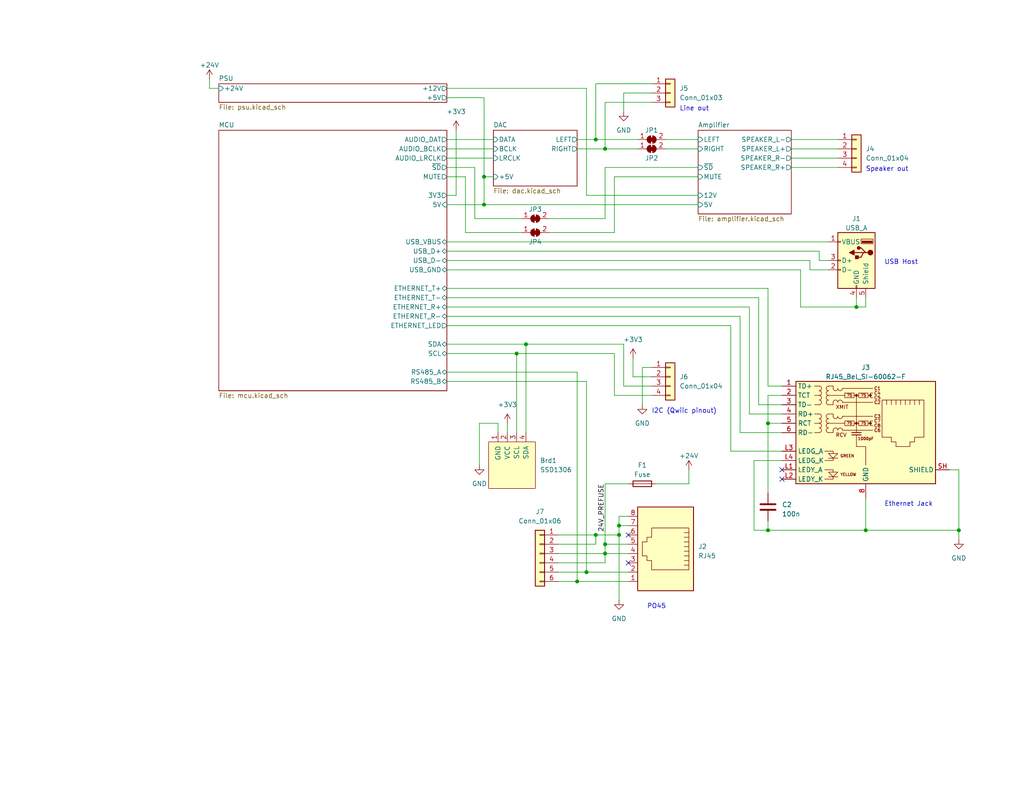
<source format=kicad_sch>
(kicad_sch (version 20230121) (generator eeschema)
  (paper "USLetter")
  (lib_symbols
    (symbol "Connector:RJ45" (pin_names (offset 1.016))
      (property "Reference" "J" (at -5.08 13.97 0))
      (property "Value" "RJ45" (at 2.54 13.97 0))
      (symbol "RJ45_0_1"
        (polyline (pts (xy -5.08 4.445) (xy -6.35 4.445)))
        (polyline (pts (xy -5.08 5.715) (xy -6.35 5.715)))
        (polyline (pts (xy -6.35 -3.175) (xy -5.08 -3.175) (xy -5.08 -3.175)))
        (polyline (pts (xy -6.35 -1.905) (xy -5.08 -1.905) (xy -5.08 -1.905)))
        (polyline (pts (xy -6.35 -0.635) (xy -5.08 -0.635) (xy -5.08 -0.635)))
        (polyline (pts (xy -6.35 0.635) (xy -5.08 0.635) (xy -5.08 0.635)))
        (polyline (pts (xy -6.35 1.905) (xy -5.08 1.905) (xy -5.08 1.905)))
        (polyline (pts (xy -5.08 3.175) (xy -6.35 3.175) (xy -6.35 3.175)))
        (polyline (pts (xy -6.35 -4.445) (xy -6.35 6.985) (xy 3.81 6.985) (xy 3.81 4.445) (xy 5.08 4.445) (xy 5.08 3.175) (xy 6.35 3.175) (xy 6.35 -0.635) (xy 5.08 -0.635) (xy 5.08 -1.905) (xy 3.81 -1.905) (xy 3.81 -4.445) (xy -6.35 -4.445) (xy -6.35 -4.445)))
        (rectangle (start 7.62 12.7) (end -7.62 -10.16) (stroke (width 0.254)) (fill (type background)))
      )
      (symbol "RJ45_1_1"
        (pin passive line (at 10.16 -7.62 180) (length 2.54) (name "~") (number "1"))
        (pin passive line (at 10.16 -5.08 180) (length 2.54) (name "~") (number "2"))
        (pin passive line (at 10.16 -2.54 180) (length 2.54) (name "~") (number "3"))
        (pin passive line (at 10.16 0 180) (length 2.54) (name "~") (number "4"))
        (pin passive line (at 10.16 2.54 180) (length 2.54) (name "~") (number "5"))
        (pin passive line (at 10.16 5.08 180) (length 2.54) (name "~") (number "6"))
        (pin passive line (at 10.16 7.62 180) (length 2.54) (name "~") (number "7"))
        (pin passive line (at 10.16 10.16 180) (length 2.54) (name "~") (number "8"))
      )
    )
    (symbol "Connector:RJ45_Bel_SI-60062-F"
      (property "Reference" "J" (at 19.05 15.24 0))
      (property "Value" "RJ45_Bel_SI-60062-F" (at -19.05 15.24 0))
      (symbol "RJ45_Bel_SI-60062-F_0_0"
        (circle (center -2.54 2.54) (radius 0.254) (stroke (width 0.254)) (fill (type outline)))
        (circle (center -2.54 10.16) (radius 0.254) (stroke (width 0.254)) (fill (type outline)))
        (polyline (pts (xy -7.62 -12.065) (xy -10.16 -12.065)))
        (polyline (pts (xy -7.62 -6.985) (xy -10.16 -6.985)))
        (polyline (pts (xy -2.54 10.16) (xy -2.54 0)))
        (polyline (pts (xy -1.27 -0.635) (xy -3.81 -0.635)) (stroke (width 0.254)))
        (polyline (pts (xy -1.27 0) (xy -3.81 0)) (stroke (width 0.254)))
        (polyline (pts (xy 1.27 2.54) (xy 0.635 2.54)))
        (polyline (pts (xy 1.27 10.16) (xy 0.635 10.16)))
        (polyline (pts (xy -11.176 -12.7) (xy -8.89 -12.7) (xy -8.89 -12.065)))
        (polyline (pts (xy -11.176 -10.16) (xy -8.89 -10.16) (xy -8.89 -10.795)))
        (polyline (pts (xy -11.176 -5.08) (xy -8.89 -5.08) (xy -8.89 -5.715)))
        (polyline (pts (xy -8.89 -6.985) (xy -8.89 -7.62) (xy -11.176 -7.62)))
        (polyline (pts (xy -10.16 -5.715) (xy -7.62 -5.715) (xy -8.89 -6.985) (xy -10.16 -5.715)))
        (polyline (pts (xy -7.62 -10.795) (xy -10.16 -10.795) (xy -8.89 -12.065) (xy -7.62 -10.795)))
        (polyline (pts (xy -2.54 -0.635) (xy -2.54 -3.81) (xy 0 -3.81) (xy 0 -8.89)))
        (polyline (pts (xy 1.905 3.175) (xy 1.27 3.175) (xy 1.27 1.905) (xy 1.905 1.905)))
        (polyline (pts (xy 1.905 10.795) (xy 1.27 10.795) (xy 1.27 9.525) (xy 1.905 9.525)))
        (circle (center 1.27 2.54) (radius 0.254) (stroke (width 0.254)) (fill (type outline)))
        (circle (center 1.27 10.16) (radius 0.254) (stroke (width 0.254)) (fill (type outline)))
        (text "1000pF" (at 0 -1.651 0) (effects (font (size 0.762 0.762))))
        (text "75" (at -4.445 2.54 0) (effects (font (size 0.762 0.762))))
        (text "75" (at -4.445 10.16 0) (effects (font (size 0.762 0.762))))
        (text "75" (at -0.635 2.54 0) (effects (font (size 0.762 0.762))))
        (text "75" (at -0.635 10.16 0) (effects (font (size 0.762 0.762))))
        (text "C1" (at 3.175 12.065 0) (effects (font (size 0.889 0.889))))
        (text "C2" (at 3.175 8.255 0) (effects (font (size 0.889 0.889))))
        (text "C3" (at 3.175 4.445 0) (effects (font (size 0.889 0.889))))
        (text "C4" (at 3.175 10.795 0) (effects (font (size 0.889 0.889))))
        (text "C5" (at 3.175 9.525 0) (effects (font (size 0.889 0.889))))
        (text "C6" (at 3.175 0.635 0) (effects (font (size 0.889 0.889))))
        (text "C7" (at 3.175 3.175 0) (effects (font (size 0.889 0.889))))
        (text "C8" (at 3.175 1.905 0) (effects (font (size 0.889 0.889))))
        (text "GREEN" (at -6.985 -6.35 0) (effects (font (size 0.762 0.762)) (justify left)))
        (text "RCV" (at -8.255 -0.635 0) (effects (font (size 1.016 1.016)) (justify left)))
        (text "XMIT" (at -8.255 6.985 0) (effects (font (size 1.016 1.016)) (justify left)))
        (text "YELLOW" (at -6.985 -11.43 0) (effects (font (size 0.762 0.762)) (justify left)))
      )
      (symbol "RJ45_Bel_SI-60062-F_0_1"
        (rectangle (start -19.05 -13.97) (end 19.05 13.97) (stroke (width 0.254)) (fill (type background)))
        (arc (start -12.7 0) (mid -12.0677 0.635) (end -12.7 1.27))
        (arc (start -12.7 1.27) (mid -12.0677 1.905) (end -12.7 2.54))
        (arc (start -12.7 2.54) (mid -12.0677 3.175) (end -12.7 3.81))
        (arc (start -12.7 3.81) (mid -12.0677 4.445) (end -12.7 5.08))
        (arc (start -12.7 7.62) (mid -12.0677 8.255) (end -12.7 8.89))
        (arc (start -12.7 8.89) (mid -12.0677 9.525) (end -12.7 10.16))
        (arc (start -12.7 10.16) (mid -12.0677 10.795) (end -12.7 11.43))
        (arc (start -12.7 11.43) (mid -12.0677 12.065) (end -12.7 12.7))
        (arc (start -10.16 1.27) (mid -10.7923 0.635) (end -10.16 0))
        (arc (start -10.16 2.54) (mid -10.7923 1.905) (end -10.16 1.27))
        (arc (start -10.16 3.81) (mid -10.7923 3.175) (end -10.16 2.54))
        (arc (start -10.16 5.08) (mid -10.7923 4.445) (end -10.16 3.81))
        (arc (start -10.16 8.89) (mid -10.7923 8.255) (end -10.16 7.62))
        (arc (start -10.16 10.16) (mid -10.7923 9.525) (end -10.16 8.89))
        (arc (start -10.16 11.43) (mid -10.7923 10.795) (end -10.16 10.16))
        (arc (start -10.16 12.7) (mid -10.7923 12.065) (end -10.16 11.43))
        (arc (start -8.89 4.445) (mid -8.255 3.8127) (end -7.62 4.445))
        (arc (start -8.89 12.065) (mid -8.255 11.4327) (end -7.62 12.065))
        (arc (start -7.62 0.635) (mid -8.255 1.2673) (end -8.89 0.635))
        (arc (start -7.62 4.445) (mid -6.985 3.8127) (end -6.35 4.445))
        (arc (start -7.62 8.255) (mid -8.255 8.8873) (end -8.89 8.255))
        (arc (start -7.62 12.065) (mid -6.985 11.4327) (end -6.35 12.065))
        (arc (start -6.35 0.635) (mid -6.985 1.2673) (end -7.62 0.635))
        (arc (start -6.35 8.255) (mid -6.985 8.8873) (end -7.62 8.255))
        (rectangle (start -5.715 3.175) (end -3.175 1.905))
        (rectangle (start -5.715 10.795) (end -3.175 9.525))
        (rectangle (start -1.905 3.175) (end 0.635 1.905))
        (rectangle (start -1.905 10.795) (end 0.635 9.525))
        (polyline (pts (xy -12.7 0) (xy -13.97 0)))
        (polyline (pts (xy -12.7 2.54) (xy -13.97 2.54)))
        (polyline (pts (xy -12.7 5.08) (xy -13.97 5.08)))
        (polyline (pts (xy -12.7 7.62) (xy -13.97 7.62)))
        (polyline (pts (xy -12.7 10.16) (xy -13.97 10.16)))
        (polyline (pts (xy -12.7 12.7) (xy -13.97 12.7)))
        (polyline (pts (xy -6.35 0.635) (xy 1.905 0.635)))
        (polyline (pts (xy -6.35 4.445) (xy 1.905 4.445)))
        (polyline (pts (xy -6.35 8.255) (xy 1.905 8.255)))
        (polyline (pts (xy -6.35 12.065) (xy 1.905 12.065)))
        (polyline (pts (xy -5.715 2.54) (xy -10.16 2.54)))
        (polyline (pts (xy -5.715 10.16) (xy -10.16 10.16)))
        (polyline (pts (xy -3.175 2.54) (xy -1.905 2.54)))
        (polyline (pts (xy -3.175 10.16) (xy -1.905 10.16)))
        (polyline (pts (xy 5.715 7.62) (xy 5.715 8.89)))
        (polyline (pts (xy 6.985 8.89) (xy 6.985 7.62)))
        (polyline (pts (xy 8.255 8.89) (xy 8.255 7.62)))
        (polyline (pts (xy 9.525 8.89) (xy 9.525 7.62)))
        (polyline (pts (xy 10.795 8.89) (xy 10.795 7.62)))
        (polyline (pts (xy 12.065 8.89) (xy 12.065 7.62)))
        (polyline (pts (xy 13.335 7.62) (xy 13.335 8.89)))
        (polyline (pts (xy 14.605 7.62) (xy 14.605 8.89)))
        (polyline (pts (xy -10.16 5.08) (xy -8.89 5.08) (xy -8.89 4.445)))
        (polyline (pts (xy -10.16 12.7) (xy -8.89 12.7) (xy -8.89 12.065)))
        (polyline (pts (xy -8.89 0.635) (xy -8.89 0) (xy -10.16 0)))
        (polyline (pts (xy -8.89 8.255) (xy -8.89 7.62) (xy -10.16 7.62)))
        (polyline (pts (xy 4.445 8.89) (xy 15.875 8.89) (xy 15.875 -1.27) (xy 13.335 -1.27) (xy 13.335 -2.54) (xy 12.065 -2.54) (xy 12.065 -3.81) (xy 8.255 -3.81) (xy 8.255 -2.54) (xy 6.985 -2.54) (xy 6.985 -1.27) (xy 4.445 -1.27) (xy 4.445 8.89)))
      )
      (symbol "RJ45_Bel_SI-60062-F_1_1"
        (pin passive line (at -22.86 12.7 0) (length 3.81) (name "TD+") (number "1"))
        (pin passive line (at -22.86 10.16 0) (length 3.81) (name "TCT") (number "2"))
        (pin passive line (at -22.86 7.62 0) (length 3.81) (name "TD-") (number "3"))
        (pin passive line (at -22.86 5.08 0) (length 3.81) (name "RD+") (number "4"))
        (pin passive line (at -22.86 2.54 0) (length 3.81) (name "RCT") (number "5"))
        (pin passive line (at -22.86 0 0) (length 3.81) (name "RD-") (number "6"))
        (pin no_connect line (at 5.08 -5.08 0) (length 0) hide (name "NC") (number "7"))
        (pin power_in line (at 0 -17.78 90) (length 3.81) (name "GND") (number "8"))
        (pin passive line (at -22.86 -10.16 0) (length 3.81) (name "LEDY_A") (number "L1"))
        (pin passive line (at -22.86 -12.7 0) (length 3.81) (name "LEDY_K") (number "L2"))
        (pin passive line (at -22.86 -5.08 0) (length 3.81) (name "LEDG_A") (number "L3"))
        (pin passive line (at -22.86 -7.62 0) (length 3.81) (name "LEDG_K") (number "L4"))
        (pin passive line (at 22.86 -10.16 180) (length 3.81) (name "SHIELD") (number "SH"))
      )
    )
    (symbol "Connector:USB_A" (pin_names (offset 1.016))
      (property "Reference" "J" (at -5.08 11.43 0))
      (property "Value" "USB_A" (at -5.08 8.89 0))
      (symbol "USB_A_0_1"
        (rectangle (start -5.08 -7.62) (end 5.08 7.62) (stroke (width 0.254)) (fill (type background)))
        (circle (center -3.81 2.159) (radius 0.635) (stroke (width 0.254)) (fill (type outline)))
        (rectangle (start -1.524 4.826) (end -4.318 5.334) (fill (type outline)))
        (rectangle (start -1.27 4.572) (end -4.572 5.842))
        (circle (center -0.635 3.429) (radius 0.381) (stroke (width 0.254)) (fill (type outline)))
        (rectangle (start -0.127 -7.62) (end 0.127 -6.858))
        (polyline (pts (xy -3.175 2.159) (xy -2.54 2.159) (xy -1.27 3.429) (xy -0.635 3.429)) (stroke (width 0.254)))
        (polyline (pts (xy -2.54 2.159) (xy -1.905 2.159) (xy -1.27 0.889) (xy 0 0.889)) (stroke (width 0.254)))
        (polyline (pts (xy 0.635 2.794) (xy 0.635 1.524) (xy 1.905 2.159) (xy 0.635 2.794)) (stroke (width 0.254)) (fill (type outline)))
        (rectangle (start 0.254 1.27) (end -0.508 0.508) (stroke (width 0.254)) (fill (type outline)))
        (rectangle (start 5.08 -2.667) (end 4.318 -2.413))
        (rectangle (start 5.08 -0.127) (end 4.318 0.127))
        (rectangle (start 5.08 4.953) (end 4.318 5.207))
      )
      (symbol "USB_A_1_1"
        (polyline (pts (xy -1.905 2.159) (xy 0.635 2.159)) (stroke (width 0.254)))
        (pin power_in line (at 7.62 5.08 180) (length 2.54) (name "VBUS") (number "1"))
        (pin bidirectional line (at 7.62 -2.54 180) (length 2.54) (name "D-") (number "2"))
        (pin bidirectional line (at 7.62 0 180) (length 2.54) (name "D+") (number "3"))
        (pin power_in line (at 0 -10.16 90) (length 2.54) (name "GND") (number "4"))
        (pin passive line (at -2.54 -10.16 90) (length 2.54) (name "Shield") (number "5"))
      )
    )
    (symbol "Connector_Generic:Conn_01x03" (pin_names (offset 1.016) hide)
      (property "Reference" "J" (at 0 5.08 0))
      (property "Value" "Conn_01x03" (at 0 -5.08 0))
      (symbol "Conn_01x03_1_1"
        (rectangle (start -1.27 -2.413) (end 0 -2.667) (stroke (width 0.1524)))
        (rectangle (start -1.27 0.127) (end 0 -0.127) (stroke (width 0.1524)))
        (rectangle (start -1.27 2.667) (end 0 2.413) (stroke (width 0.1524)))
        (rectangle (start -1.27 3.81) (end 1.27 -3.81) (stroke (width 0.254)) (fill (type background)))
        (pin passive line (at -5.08 2.54 0) (length 3.81) (name "Pin_1") (number "1"))
        (pin passive line (at -5.08 0 0) (length 3.81) (name "Pin_2") (number "2"))
        (pin passive line (at -5.08 -2.54 0) (length 3.81) (name "Pin_3") (number "3"))
      )
    )
    (symbol "Connector_Generic:Conn_01x04" (pin_names (offset 1.016) hide)
      (property "Reference" "J" (at 0 5.08 0))
      (property "Value" "Conn_01x04" (at 0 -7.62 0))
      (symbol "Conn_01x04_1_1"
        (rectangle (start -1.27 -4.953) (end 0 -5.207) (stroke (width 0.1524)))
        (rectangle (start -1.27 -2.413) (end 0 -2.667) (stroke (width 0.1524)))
        (rectangle (start -1.27 0.127) (end 0 -0.127) (stroke (width 0.1524)))
        (rectangle (start -1.27 2.667) (end 0 2.413) (stroke (width 0.1524)))
        (rectangle (start -1.27 3.81) (end 1.27 -6.35) (stroke (width 0.254)) (fill (type background)))
        (pin passive line (at -5.08 2.54 0) (length 3.81) (name "Pin_1") (number "1"))
        (pin passive line (at -5.08 0 0) (length 3.81) (name "Pin_2") (number "2"))
        (pin passive line (at -5.08 -2.54 0) (length 3.81) (name "Pin_3") (number "3"))
        (pin passive line (at -5.08 -5.08 0) (length 3.81) (name "Pin_4") (number "4"))
      )
    )
    (symbol "Connector_Generic:Conn_01x06" (pin_names (offset 1.016) hide)
      (property "Reference" "J" (at 0 7.62 0))
      (property "Value" "Conn_01x06" (at 0 -10.16 0))
      (symbol "Conn_01x06_1_1"
        (rectangle (start -1.27 -7.493) (end 0 -7.747) (stroke (width 0.1524)))
        (rectangle (start -1.27 -4.953) (end 0 -5.207) (stroke (width 0.1524)))
        (rectangle (start -1.27 -2.413) (end 0 -2.667) (stroke (width 0.1524)))
        (rectangle (start -1.27 0.127) (end 0 -0.127) (stroke (width 0.1524)))
        (rectangle (start -1.27 2.667) (end 0 2.413) (stroke (width 0.1524)))
        (rectangle (start -1.27 5.207) (end 0 4.953) (stroke (width 0.1524)))
        (rectangle (start -1.27 6.35) (end 1.27 -8.89) (stroke (width 0.254)) (fill (type background)))
        (pin passive line (at -5.08 5.08 0) (length 3.81) (name "Pin_1") (number "1"))
        (pin passive line (at -5.08 2.54 0) (length 3.81) (name "Pin_2") (number "2"))
        (pin passive line (at -5.08 0 0) (length 3.81) (name "Pin_3") (number "3"))
        (pin passive line (at -5.08 -2.54 0) (length 3.81) (name "Pin_4") (number "4"))
        (pin passive line (at -5.08 -5.08 0) (length 3.81) (name "Pin_5") (number "5"))
        (pin passive line (at -5.08 -7.62 0) (length 3.81) (name "Pin_6") (number "6"))
      )
    )
    (symbol "Device:C" (pin_numbers hide) (pin_names (offset 0.254))
      (property "Reference" "C" (at 0.635 2.54 0))
      (property "Value" "C" (at 0.635 -2.54 0))
      (symbol "C_0_1"
        (polyline (pts (xy -2.032 -0.762) (xy 2.032 -0.762)) (stroke (width 0.508)))
        (polyline (pts (xy -2.032 0.762) (xy 2.032 0.762)) (stroke (width 0.508)))
      )
      (symbol "C_1_1"
        (pin passive line (at 0 3.81 270) (length 2.794) (name "~") (number "1"))
        (pin passive line (at 0 -3.81 90) (length 2.794) (name "~") (number "2"))
      )
    )
    (symbol "Device:Fuse" (pin_numbers hide) (pin_names (offset 0))
      (property "Reference" "F" (at 2.032 0 90))
      (property "Value" "Fuse" (at -1.905 0 90))
      (symbol "Fuse_0_1"
        (rectangle (start -0.762 -2.54) (end 0.762 2.54) (stroke (width 0.254)))
        (polyline (pts (xy 0 2.54) (xy 0 -2.54)))
      )
      (symbol "Fuse_1_1"
        (pin passive line (at 0 3.81 270) (length 1.27) (name "~") (number "1"))
        (pin passive line (at 0 -3.81 90) (length 1.27) (name "~") (number "2"))
      )
    )
    (symbol "Jumper:SolderJumper_2_Bridged" (pin_names (offset 0) hide)
      (property "Reference" "JP" (at 0 2.032 0))
      (property "Value" "SolderJumper_2_Bridged" (at 0 -2.54 0))
      (symbol "SolderJumper_2_Bridged_0_1"
        (rectangle (start -0.508 0.508) (end 0.508 -0.508) (fill (type outline)))
        (arc (start -0.254 1.016) (mid -1.2656 0) (end -0.254 -1.016))
        (arc (start -0.254 1.016) (mid -1.2656 0) (end -0.254 -1.016) (fill (type outline)))
        (polyline (pts (xy -0.254 1.016) (xy -0.254 -1.016)))
        (polyline (pts (xy 0.254 1.016) (xy 0.254 -1.016)))
        (arc (start 0.254 -1.016) (mid 1.2656 0) (end 0.254 1.016))
        (arc (start 0.254 -1.016) (mid 1.2656 0) (end 0.254 1.016) (fill (type outline)))
      )
      (symbol "SolderJumper_2_Bridged_1_1"
        (pin passive line (at -3.81 0 0) (length 2.54) (name "A") (number "1"))
        (pin passive line (at 3.81 0 180) (length 2.54) (name "B") (number "2"))
      )
    )
    (symbol "SSD1306-128x64_OLED:SSD1306" (pin_names (offset 1.016))
      (property "Reference" "Brd" (at 0 -3.81 0))
      (property "Value" "SSD1306" (at 0 -1.27 0))
      (symbol "SSD1306_0_1"
        (rectangle (start -6.35 6.35) (end 6.35 -6.35) (fill (type background)))
      )
      (symbol "SSD1306_1_1"
        (pin input line (at -3.81 8.89 270) (length 2.54) (name "GND") (number "1"))
        (pin input line (at -1.27 8.89 270) (length 2.54) (name "VCC") (number "2"))
        (pin input line (at 1.27 8.89 270) (length 2.54) (name "SCL") (number "3"))
        (pin input line (at 3.81 8.89 270) (length 2.54) (name "SDA") (number "4"))
      )
    )
    (symbol "power:+24V" (power) (pin_names (offset 0))
      (property "Value" "+24V" (at 0 3.556 0))
      (symbol "+24V_0_1"
        (polyline (pts (xy -0.762 1.27) (xy 0 2.54)))
        (polyline (pts (xy 0 0) (xy 0 2.54)))
        (polyline (pts (xy 0 2.54) (xy 0.762 1.27)))
      )
      (symbol "+24V_1_1"
        (pin power_in line (at 0 0 90) (length 0) hide (name "+24V") (number "1"))
      )
    )
    (symbol "power:+3V3" (power) (pin_names (offset 0))
      (property "Value" "+3V3" (at 0 3.556 0))
      (symbol "+3V3_0_1"
        (polyline (pts (xy -0.762 1.27) (xy 0 2.54)))
        (polyline (pts (xy 0 0) (xy 0 2.54)))
        (polyline (pts (xy 0 2.54) (xy 0.762 1.27)))
      )
      (symbol "+3V3_1_1"
        (pin power_in line (at 0 0 90) (length 0) hide (name "+3V3") (number "1"))
      )
    )
    (symbol "power:GND" (power) (pin_names (offset 0))
      (property "Value" "GND" (at 0 -3.81 0))
      (symbol "GND_0_1"
        (polyline (pts (xy 0 0) (xy 0 -1.27) (xy 1.27 -1.27) (xy 0 -2.54) (xy -1.27 -1.27) (xy 0 -1.27)))
      )
      (symbol "GND_1_1"
        (pin power_in line (at 0 0 270) (length 0) hide (name "GND") (number "1"))
      )
    )
  )
  (junction (at 165.1 148.59))
  (junction (at 140.97 96.52))
  (junction (at 160.02 156.21))
  (junction (at 209.55 115.57))
  (junction (at 236.22 144.78))
  (junction (at 143.51 93.98))
  (junction (at 132.08 48.26))
  (junction (at 162.56 38.1))
  (junction (at 233.68 83.82))
  (junction (at 165.1 151.13))
  (junction (at 168.91 146.05))
  (junction (at 165.1 40.64))
  (junction (at 157.48 158.75))
  (junction (at 132.08 55.88))
  (junction (at 168.91 143.51))
  (junction (at 261.62 144.78))
  (junction (at 209.55 144.78))
  (junction (at 162.56 146.05))
  (no_connect (at 171.45 146.05))
  (no_connect (at 213.36 130.81))
  (no_connect (at 171.45 153.67))
  (no_connect (at 213.36 128.27))
  (wire (pts (xy 160.02 53.34) (xy 190.5 53.34)))
  (wire (pts (xy 157.48 40.64) (xy 165.1 40.64)))
  (wire (pts (xy 165.1 148.59) (xy 171.45 148.59)))
  (wire (pts (xy 129.54 45.72) (xy 129.54 59.69)))
  (wire (pts (xy 205.74 144.78) (xy 209.55 144.78)))
  (wire (pts (xy 121.92 38.1) (xy 134.62 38.1)))
  (wire (pts (xy 121.92 40.64) (xy 134.62 40.64)))
  (wire (pts (xy 215.9 43.18) (xy 228.6 43.18)))
  (wire (pts (xy 233.68 81.28) (xy 233.68 83.82)))
  (wire (pts (xy 213.36 110.49) (xy 207.01 110.49)))
  (wire (pts (xy 205.74 125.73) (xy 205.74 144.78)))
  (wire (pts (xy 207.01 81.28) (xy 121.92 81.28)))
  (wire (pts (xy 168.91 143.51) (xy 168.91 146.05)))
  (wire (pts (xy 140.97 96.52) (xy 140.97 118.11)))
  (wire (pts (xy 152.4 148.59) (xy 162.56 148.59)))
  (wire (pts (xy 177.8 25.4) (xy 170.18 25.4)))
  (wire (pts (xy 172.72 97.79) (xy 172.72 102.87)))
  (wire (pts (xy 215.9 45.72) (xy 228.6 45.72)))
  (wire (pts (xy 177.8 27.94) (xy 165.1 27.94)))
  (wire (pts (xy 199.39 123.19) (xy 213.36 123.19)))
  (wire (pts (xy 57.15 24.13) (xy 57.15 21.59)))
  (wire (pts (xy 170.18 93.98) (xy 170.18 105.41)))
  (wire (pts (xy 223.52 68.58) (xy 223.52 71.12)))
  (wire (pts (xy 165.1 45.72) (xy 190.5 45.72)))
  (wire (pts (xy 162.56 146.05) (xy 168.91 146.05)))
  (wire (pts (xy 160.02 104.14) (xy 160.02 156.21)))
  (wire (pts (xy 261.62 144.78) (xy 261.62 128.27)))
  (wire (pts (xy 121.92 93.98) (xy 143.51 93.98)))
  (wire (pts (xy 121.92 43.18) (xy 134.62 43.18)))
  (wire (pts (xy 209.55 105.41) (xy 213.36 105.41)))
  (wire (pts (xy 190.5 55.88) (xy 132.08 55.88)))
  (wire (pts (xy 209.55 144.78) (xy 236.22 144.78)))
  (wire (pts (xy 179.07 132.08) (xy 187.96 132.08)))
  (wire (pts (xy 261.62 128.27) (xy 259.08 128.27)))
  (wire (pts (xy 152.4 158.75) (xy 157.48 158.75)))
  (wire (pts (xy 132.08 26.67) (xy 132.08 48.26)))
  (wire (pts (xy 129.54 59.69) (xy 142.24 59.69)))
  (wire (pts (xy 157.48 38.1) (xy 162.56 38.1)))
  (wire (pts (xy 204.47 83.82) (xy 204.47 113.03)))
  (wire (pts (xy 209.55 78.74) (xy 121.92 78.74)))
  (wire (pts (xy 207.01 81.28) (xy 207.01 110.49)))
  (wire (pts (xy 215.9 38.1) (xy 228.6 38.1)))
  (wire (pts (xy 236.22 144.78) (xy 261.62 144.78)))
  (wire (pts (xy 226.06 73.66) (xy 220.98 73.66)))
  (wire (pts (xy 121.92 68.58) (xy 223.52 68.58)))
  (wire (pts (xy 157.48 158.75) (xy 171.45 158.75)))
  (wire (pts (xy 143.51 93.98) (xy 143.51 118.11)))
  (wire (pts (xy 215.9 40.64) (xy 228.6 40.64)))
  (wire (pts (xy 162.56 38.1) (xy 173.99 38.1)))
  (wire (pts (xy 181.61 38.1) (xy 190.5 38.1)))
  (wire (pts (xy 121.92 53.34) (xy 124.46 53.34)))
  (wire (pts (xy 121.92 71.12) (xy 220.98 71.12)))
  (wire (pts (xy 204.47 83.82) (xy 121.92 83.82)))
  (wire (pts (xy 209.55 115.57) (xy 209.55 134.62)))
  (wire (pts (xy 165.1 151.13) (xy 165.1 148.59)))
  (wire (pts (xy 209.55 142.24) (xy 209.55 144.78)))
  (wire (pts (xy 165.1 59.69) (xy 165.1 45.72)))
  (wire (pts (xy 167.64 96.52) (xy 140.97 96.52)))
  (wire (pts (xy 204.47 113.03) (xy 213.36 113.03)))
  (wire (pts (xy 127 63.5) (xy 127 48.26)))
  (wire (pts (xy 162.56 22.86) (xy 162.56 38.1)))
  (wire (pts (xy 121.92 104.14) (xy 160.02 104.14)))
  (wire (pts (xy 160.02 24.13) (xy 160.02 53.34)))
  (wire (pts (xy 165.1 40.64) (xy 173.99 40.64)))
  (wire (pts (xy 127 48.26) (xy 121.92 48.26)))
  (wire (pts (xy 213.36 107.95) (xy 209.55 107.95)))
  (wire (pts (xy 135.89 115.57) (xy 135.89 118.11)))
  (wire (pts (xy 167.64 107.95) (xy 167.64 96.52)))
  (wire (pts (xy 152.4 146.05) (xy 162.56 146.05)))
  (wire (pts (xy 168.91 146.05) (xy 168.91 163.83)))
  (wire (pts (xy 121.92 73.66) (xy 218.44 73.66)))
  (wire (pts (xy 142.24 63.5) (xy 127 63.5)))
  (wire (pts (xy 223.52 71.12) (xy 226.06 71.12)))
  (wire (pts (xy 138.43 115.57) (xy 138.43 118.11)))
  (wire (pts (xy 121.92 101.6) (xy 157.48 101.6)))
  (wire (pts (xy 165.1 153.67) (xy 165.1 151.13)))
  (wire (pts (xy 121.92 55.88) (xy 132.08 55.88)))
  (wire (pts (xy 132.08 48.26) (xy 134.62 48.26)))
  (wire (pts (xy 209.55 78.74) (xy 209.55 105.41)))
  (wire (pts (xy 177.8 107.95) (xy 167.64 107.95)))
  (wire (pts (xy 190.5 48.26) (xy 167.64 48.26)))
  (wire (pts (xy 143.51 93.98) (xy 170.18 93.98)))
  (wire (pts (xy 236.22 83.82) (xy 236.22 81.28)))
  (wire (pts (xy 121.92 45.72) (xy 129.54 45.72)))
  (wire (pts (xy 157.48 101.6) (xy 157.48 158.75)))
  (wire (pts (xy 171.45 156.21) (xy 160.02 156.21)))
  (wire (pts (xy 201.93 86.36) (xy 121.92 86.36)))
  (wire (pts (xy 165.1 148.59) (xy 165.1 132.08)))
  (wire (pts (xy 261.62 144.78) (xy 261.62 147.32)))
  (wire (pts (xy 124.46 53.34) (xy 124.46 35.56)))
  (wire (pts (xy 59.69 24.13) (xy 57.15 24.13)))
  (wire (pts (xy 170.18 105.41) (xy 177.8 105.41)))
  (wire (pts (xy 175.26 100.33) (xy 175.26 110.49)))
  (wire (pts (xy 171.45 140.97) (xy 168.91 140.97)))
  (wire (pts (xy 172.72 102.87) (xy 177.8 102.87)))
  (wire (pts (xy 177.8 22.86) (xy 162.56 22.86)))
  (wire (pts (xy 199.39 88.9) (xy 121.92 88.9)))
  (wire (pts (xy 121.92 66.04) (xy 226.06 66.04)))
  (wire (pts (xy 187.96 132.08) (xy 187.96 128.27)))
  (wire (pts (xy 201.93 118.11) (xy 213.36 118.11)))
  (wire (pts (xy 177.8 100.33) (xy 175.26 100.33)))
  (wire (pts (xy 201.93 86.36) (xy 201.93 118.11)))
  (wire (pts (xy 181.61 40.64) (xy 190.5 40.64)))
  (wire (pts (xy 165.1 132.08) (xy 171.45 132.08)))
  (wire (pts (xy 209.55 115.57) (xy 213.36 115.57)))
  (wire (pts (xy 236.22 144.78) (xy 236.22 135.89)))
  (wire (pts (xy 162.56 148.59) (xy 162.56 146.05)))
  (wire (pts (xy 165.1 27.94) (xy 165.1 40.64)))
  (wire (pts (xy 152.4 151.13) (xy 165.1 151.13)))
  (wire (pts (xy 121.92 26.67) (xy 132.08 26.67)))
  (wire (pts (xy 167.64 63.5) (xy 149.86 63.5)))
  (wire (pts (xy 220.98 73.66) (xy 220.98 71.12)))
  (wire (pts (xy 171.45 143.51) (xy 168.91 143.51)))
  (wire (pts (xy 149.86 59.69) (xy 165.1 59.69)))
  (wire (pts (xy 170.18 25.4) (xy 170.18 30.48)))
  (wire (pts (xy 130.81 127) (xy 130.81 115.57)))
  (wire (pts (xy 165.1 151.13) (xy 171.45 151.13)))
  (wire (pts (xy 233.68 83.82) (xy 236.22 83.82)))
  (wire (pts (xy 167.64 48.26) (xy 167.64 63.5)))
  (wire (pts (xy 218.44 83.82) (xy 233.68 83.82)))
  (wire (pts (xy 218.44 73.66) (xy 218.44 83.82)))
  (wire (pts (xy 121.92 24.13) (xy 160.02 24.13)))
  (wire (pts (xy 209.55 107.95) (xy 209.55 115.57)))
  (wire (pts (xy 152.4 156.21) (xy 160.02 156.21)))
  (wire (pts (xy 168.91 140.97) (xy 168.91 143.51)))
  (wire (pts (xy 130.81 115.57) (xy 135.89 115.57)))
  (wire (pts (xy 199.39 88.9) (xy 199.39 123.19)))
  (wire (pts (xy 213.36 125.73) (xy 205.74 125.73)))
  (wire (pts (xy 140.97 96.52) (xy 121.92 96.52)))
  (wire (pts (xy 132.08 48.26) (xy 132.08 55.88)))
  (wire (pts (xy 152.4 153.67) (xy 165.1 153.67)))
  (text "PO45" (at 176.53 166.37 0) (effects (font (size 1.27 1.27)) (justify left bottom)))
  (text "Speaker out" (at 236.22 46.99 0) (effects (font (size 1.27 1.27)) (justify left bottom)))
  (text "Line out" (at 185.42 30.48 0) (effects (font (size 1.27 1.27)) (justify left bottom)))
  (text "Ethernet Jack" (at 241.3 138.43 0) (effects (font (size 1.27 1.27)) (justify left bottom)))
  (text "USB Host" (at 241.3 72.39 0) (effects (font (size 1.27 1.27)) (justify left bottom)))
  (text "I2C (Qwiic pinout)" (at 177.8 113.03 0) (effects (font (size 1.27 1.27)) (justify left bottom)))
  (label "24V_PREFUSE" (at 165.1 132.08 270))
  (symbol (lib_id "Jumper:SolderJumper_2_Bridged") (at 177.8 40.64 0) (mirror x) (unit 1)
    (property "Reference" "JP2" (at 177.8 43.18 0))
    (property "Value" "SolderJumper_2_Bridged" (effects hide))
    (property "Footprint" "Jumper:SolderJumper-2_P1.3mm_Bridged_RoundedPad1.0x1.5mm" (effects hide))
  )
  (symbol (lib_id "power:+3V3") (at 124.46 35.56 0) (unit 1)
    (property "Reference" "#PWR019" (effects hide))
    (property "Value" "+3V3" (at 124.46 30.48 0))
  )
  (symbol (lib_id "power:GND") (at 130.81 127 0) (unit 1)
    (property "Reference" "#PWR028" (effects hide))
    (property "Value" "GND" (at 130.81 132.08 0))
  )
  (symbol (lib_id "Jumper:SolderJumper_2_Bridged") (at 146.05 59.69 0) (unit 1)
    (property "Reference" "JP3" (at 146.05 57.15 0))
    (property "Value" "SolderJumper_2_Bridged" (effects hide))
    (property "Footprint" "Jumper:SolderJumper-2_P1.3mm_Bridged_RoundedPad1.0x1.5mm" (effects hide))
  )
  (symbol (lib_id "power:+3V3") (at 172.72 97.79 0) (unit 1)
    (property "Reference" "#PWR020" (effects hide))
    (property "Value" "+3V3" (at 172.72 92.71 0))
  )
  (symbol (lib_id "Connector_Generic:Conn_01x04") (at 233.68 40.64 0) (unit 1)
    (property "Reference" "J4" (at 236.22 40.64 0) (effects (justify left)))
    (property "Value" "Conn_01x04" (at 236.22 43.18 0) (effects (justify left)))
    (property "Footprint" "Connector_Molex:Molex_KK-254_AE-6410-04A_1x04_P2.54mm_Vertical" (effects hide))
  )
  (symbol (lib_id "Connector:USB_A") (at 233.68 71.12 0) (mirror y) (unit 1)
    (property "Reference" "J1" (at 233.68 59.69 0))
    (property "Value" "USB_A" (at 233.68 62.23 0))
    (property "Footprint" "Connector_USB:USB_A_CONNFLY_DS1095-WNR0" (effects hide))
    (property "Datasheet" " ~" (effects hide))
  )
  (symbol (lib_id "power:GND") (at 168.91 163.83 0) (unit 1)
    (property "Reference" "#PWR05" (effects hide))
    (property "Value" "GND" (at 168.91 168.91 0))
  )
  (symbol (lib_id "Jumper:SolderJumper_2_Bridged") (at 177.8 38.1 0) (unit 1)
    (property "Reference" "JP1" (at 177.8 35.56 0))
    (property "Value" "SolderJumper_2_Bridged" (effects hide))
    (property "Footprint" "Jumper:SolderJumper-2_P1.3mm_Bridged_RoundedPad1.0x1.5mm" (effects hide))
  )
  (symbol (lib_id "Connector:RJ45") (at 181.61 151.13 0) (mirror y) (unit 1)
    (property "Reference" "J2" (at 190.5 149.225 0) (effects (justify right)))
    (property "Value" "RJ45" (at 190.5 151.765 0) (effects (justify right)))
    (property "Footprint" "Connector_RJ:RJ45_Amphenol_54602-x08_Horizontal" (effects hide))
  )
  (symbol (lib_id "Device:Fuse") (at 175.26 132.08 90) (unit 1)
    (property "Reference" "F1" (at 175.26 127 90))
    (property "Value" "Fuse" (at 175.26 129.54 90))
    (property "Footprint" "dmxaudio:XF-506P" (effects hide))
  )
  (symbol (lib_id "SSD1306-128x64_OLED:SSD1306") (at 139.7 127 0) (unit 1)
    (property "Reference" "Brd1" (at 147.32 125.73 0) (effects (justify left)))
    (property "Value" "SSD1306" (at 147.32 128.27 0) (effects (justify left)))
    (property "Footprint" "dmxaudio:128x64OLED" (effects hide))
  )
  (symbol (lib_id "Device:C") (at 209.55 138.43 0) (unit 1)
    (property "Reference" "C2" (at 213.36 137.795 0) (effects (justify left)))
    (property "Value" "100n" (at 213.36 140.335 0) (effects (justify left)))
    (property "Footprint" "Capacitor_SMD:C_0603_1608Metric_Pad1.08x0.95mm_HandSolder" (effects hide))
  )
  (symbol (lib_id "power:GND") (at 175.26 110.49 0) (unit 1)
    (property "Reference" "#PWR021" (effects hide))
    (property "Value" "GND" (at 175.26 115.57 0))
  )
  (symbol (lib_id "power:GND") (at 170.18 30.48 0) (unit 1)
    (property "Reference" "#PWR018" (effects hide))
    (property "Value" "GND" (at 170.18 35.56 0))
  )
  (symbol (lib_id "power:+3V3") (at 138.43 115.57 0) (unit 1)
    (property "Reference" "#PWR026" (effects hide))
    (property "Value" "+3V3" (at 138.43 110.49 0))
  )
  (symbol (lib_id "power:+24V") (at 187.96 128.27 0) (unit 1)
    (property "Reference" "#PWR06" (effects hide))
    (property "Value" "+24V" (at 187.96 124.46 0))
  )
  (symbol (lib_id "Connector:RJ45_Bel_SI-60062-F") (at 236.22 118.11 0) (unit 1)
    (property "Reference" "J3" (at 236.22 100.33 0))
    (property "Value" "RJ45_Bel_SI-60062-F" (at 236.22 102.87 0))
    (property "Footprint" "Connector_RJ:RJ45_Bel_SI-60062-F" (effects hide))
    (property "Datasheet" "https://belfuse.com/resources/drawings/magneticsolutions/dr-mag-si-60062-f.pdf" (effects hide))
  )
  (symbol (lib_id "Jumper:SolderJumper_2_Bridged") (at 146.05 63.5 0) (unit 1)
    (property "Reference" "JP4" (at 146.05 66.04 0))
    (property "Value" "SolderJumper_2_Bridged" (effects hide))
    (property "Footprint" "Jumper:SolderJumper-2_P1.3mm_Bridged_RoundedPad1.0x1.5mm" (effects hide))
  )
  (symbol (lib_id "Connector_Generic:Conn_01x06") (at 147.32 151.13 0) (mirror y) (unit 1)
    (property "Reference" "J7" (at 147.32 139.7 0))
    (property "Value" "Conn_01x06" (at 147.32 142.24 0))
    (property "Footprint" "Connector_Molex:Molex_KK-254_AE-6410-06A_1x06_P2.54mm_Vertical" (effects hide))
  )
  (symbol (lib_id "power:GND") (at 261.62 147.32 0) (unit 1)
    (property "Reference" "#PWR010" (effects hide))
    (property "Value" "GND" (at 261.62 152.4 0))
  )
  (symbol (lib_id "Connector_Generic:Conn_01x04") (at 182.88 102.87 0) (unit 1)
    (property "Reference" "J6" (at 185.42 102.87 0) (effects (justify left)))
    (property "Value" "Conn_01x04" (at 185.42 105.41 0) (effects (justify left)))
    (property "Footprint" "Connector_Molex:Molex_KK-254_AE-6410-04A_1x04_P2.54mm_Vertical" (effects hide))
  )
  (symbol (lib_id "power:+24V") (at 57.15 21.59 0) (unit 1)
    (property "Reference" "#PWR013" (effects hide))
    (property "Value" "+24V" (at 57.15 17.78 0))
  )
  (symbol (lib_id "Connector_Generic:Conn_01x03") (at 182.88 25.4 0) (unit 1)
    (property "Reference" "J5" (at 185.42 24.13 0) (effects (justify left)))
    (property "Value" "Conn_01x03" (at 185.42 26.67 0) (effects (justify left)))
    (property "Footprint" "Connector_Molex:Molex_KK-254_AE-6410-03A_1x03_P2.54mm_Vertical" (effects hide))
  )
  (sheet (at 134.62 35.56) (size 22.86 15.24) (stroke (width 0.1524))
    (property "Sheetname" "DAC" (at 134.62 34.8484 0) (effects (justify left bottom)))
    (property "Sheetfile" "dac.kicad_sch" (at 134.62 51.3846 0) (effects (justify left top)))
    (pin "LEFT" output (at 157.48 38.1 0))
    (pin "RIGHT" output (at 157.48 40.64 0))
    (pin "LRCLK" input (at 134.62 43.18 180))
    (pin "DATA" input (at 134.62 38.1 180))
    (pin "BCLK" input (at 134.62 40.64 180))
    (pin "+5V" input (at 134.62 48.26 180))
  )
  (sheet (at 190.5 35.56) (size 25.4 22.86) (stroke (width 0.1524))
    (property "Sheetname" "Amplifier" (at 190.5 34.8484 0) (effects (justify left bottom)))
    (property "Sheetfile" "amplifier.kicad_sch" (at 190.5 59.0046 0) (effects (justify left top)))
    (pin "~{SD}" input (at 190.5 45.72 180))
    (pin "MUTE" input (at 190.5 48.26 180))
    (pin "LEFT" input (at 190.5 38.1 180))
    (pin "RIGHT" input (at 190.5 40.64 180))
    (pin "5V" input (at 190.5 55.88 180))
    (pin "12V" input (at 190.5 53.34 180))
    (pin "SPEAKER_L+" output (at 215.9 40.64 0))
    (pin "SPEAKER_L-" output (at 215.9 38.1 0))
    (pin "SPEAKER_R-" output (at 215.9 43.18 0))
    (pin "SPEAKER_R+" output (at 215.9 45.72 0))
  )
  (sheet (at 59.69 22.86) (size 62.23 5.08) (stroke (width 0.1524))
    (property "Sheetname" "PSU" (at 59.69 22.1484 0) (effects (justify left bottom)))
    (property "Sheetfile" "psu.kicad_sch" (at 59.69 28.5246 0) (effects (justify left top)))
    (pin "+24V" input (at 59.69 24.13 180))
    (pin "+12V" output (at 121.92 24.13 0))
    (pin "+5V" output (at 121.92 26.67 0))
  )
  (sheet (at 59.69 35.56) (size 62.23 71.12) (stroke (width 0.1524))
    (property "Sheetname" "MCU" (at 59.69 34.8484 0) (effects (justify left bottom)))
    (property "Sheetfile" "mcu.kicad_sch" (at 59.69 107.2646 0) (effects (justify left top)))
    (pin "AUDIO_DAT" output (at 121.92 38.1 0))
    (pin "AUDIO_BCLK" output (at 121.92 40.64 0))
    (pin "AUDIO_LRCLK" output (at 121.92 43.18 0))
    (pin "RS485_A" bidirectional (at 121.92 101.6 0))
    (pin "RS485_B" bidirectional (at 121.92 104.14 0))
    (pin "ETHERNET_T+" bidirectional (at 121.92 78.74 0))
    (pin "ETHERNET_R-" bidirectional (at 121.92 86.36 0))
    (pin "ETHERNET_T-" bidirectional (at 121.92 81.28 0))
    (pin "ETHERNET_R+" bidirectional (at 121.92 83.82 0))
    (pin "ETHERNET_LED" output (at 121.92 88.9 0))
    (pin "USB_D-" bidirectional (at 121.92 71.12 0))
    (pin "USB_D+" bidirectional (at 121.92 68.58 0))
    (pin "USB_GND" bidirectional (at 121.92 73.66 0))
    (pin "USB_VBUS" bidirectional (at 121.92 66.04 0))
    (pin "SDA" bidirectional (at 121.92 93.98 0))
    (pin "SCL" bidirectional (at 121.92 96.52 0))
    (pin "~{SD}" output (at 121.92 45.72 0))
    (pin "MUTE" output (at 121.92 48.26 0))
    (pin "3V3" output (at 121.92 53.34 0))
    (pin "5V" input (at 121.92 55.88 0))
  )
)
</source>
